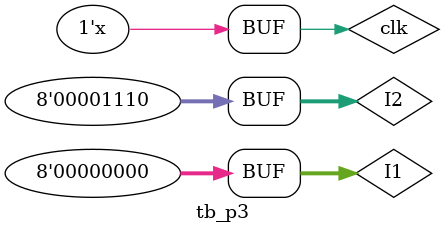
<source format=v>

module p3(out,operation_out,clk,I1,I2);

output reg[7:0] out, operation_out;		// out is the output of alu and operation_out is the final output of the sum of two numbers
input clk;
input[7:0] I1, I2;				// I1 and I2 are the external inputs for the two muxes
reg[2:0] sela, selb, seld; 			// sela, selb, seld are select bits.				
reg[7:0] Register[1:7], A_bus, B_bus;		// Register is the memory storage and A_bus and B_bus are outputs of muxes	
reg carry;
reg[1:0] curr_state, next_state, opr;
parameter[1:0] FIRST = 2'b00;
parameter[1:0] SECOND = 2'b01;
parameter[1:0] THIRD = 2'b10;
integer i;

initial 
begin
	curr_state <= FIRST;
	A_bus = 8'd0;
	B_bus = 8'd0;
	for(i=1;i<=7;i=i+1)
	begin
		Register[i] = 8'd0;
	end
end

// State descriptions
always @(curr_state)
begin
	$monitor("Register: %p, A_bus: %b, B_bus: %b, seld: %b", Register, A_bus, B_bus, seld);
	case(curr_state)
		FIRST: 
		begin
			next_state <= SECOND;
			sela = 3'd0;
			selb = 3'd4;
			seld = 3'd1;
			opr <=	2'd0;
		end
		SECOND:
		begin
			next_state <= THIRD;
			sela = 3'd4;
			selb = 3'd0;
			seld = 3'd2;
			opr <=	2'd0;
		end
		THIRD:
		begin		
			next_state <= FIRST;
			sela = 3'd1;
			selb = 3'd2;
			seld = 3'd7;
			opr <=	2'd0;
		end
	endcase
end

always @(posedge clk) curr_state <= next_state;

// Selecting the output of mux a
always @(posedge clk)
begin
	case (sela) 
		3'b000 : A_bus = I1; 
		3'b001 : A_bus = Register[1]; 
		3'b010 : A_bus = Register[2]; 
		3'b011 : A_bus = Register[3];
		3'b100 : A_bus = Register[4]; 
		3'b101 : A_bus = Register[5]; 
		3'b110 : A_bus = Register[6]; 
		3'b111 : A_bus = Register[7]; 
	endcase 
end

// Selecting the output of mux b
always @(posedge clk)
begin
	case (selb) 
		3'b000 : B_bus = I2; 
		3'b001 : B_bus = Register[1]; 
		3'b010 : B_bus = Register[2]; 
		3'b011 : B_bus = Register[3];
		3'b100 : B_bus = Register[4]; 
		3'b101 : B_bus = Register[5]; 
		3'b110 : B_bus = Register[6]; 
		3'b111 : B_bus = Register[7]; 
	endcase
end

// ALU
always @(A_bus, B_bus, opr)
begin
	carry <= 0;
	case(opr)
	2'b00 : {carry ,out} = A_bus + B_bus;
	2'b01 : {carry ,out} = A_bus - B_bus;
	2'b10 : out = A_bus & B_bus;
	2'b11 : out = A_bus ^ B_bus;
	endcase
	Register[seld] = out;
end

always @(posedge clk)
begin
	operation_out = Register[7];
end

endmodule 

// Test bench for module p3

module tb_p3();
reg clk = 0;
reg[7:0] I1, I2;
wire[7:0] operation_out;
wire[7:0] out;

p3 uut(out,operation_out,clk,I1,I2);

always #5 clk = ~clk;
always 
begin
	I1 <= 8'd6;
	I2 <= 8'd0;
	#10;
	I1 <= 8'd0;
	I2 <= 8'd14;
	#10;
end
	
endmodule


</source>
